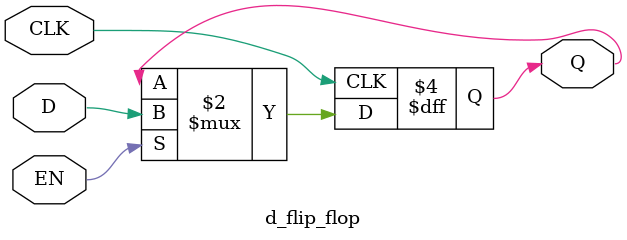
<source format=v>
module d_flip_flop (
    input D, // Data input
    input EN, // Enable input
    input CLK, // Clock input
    output reg Q // Output
);

// Clock edge sensitive
always @(posedge CLK) begin
    if (EN) begin // Only update Q when the enable signal is high
        Q <= D;
    end
end

endmodule

</source>
